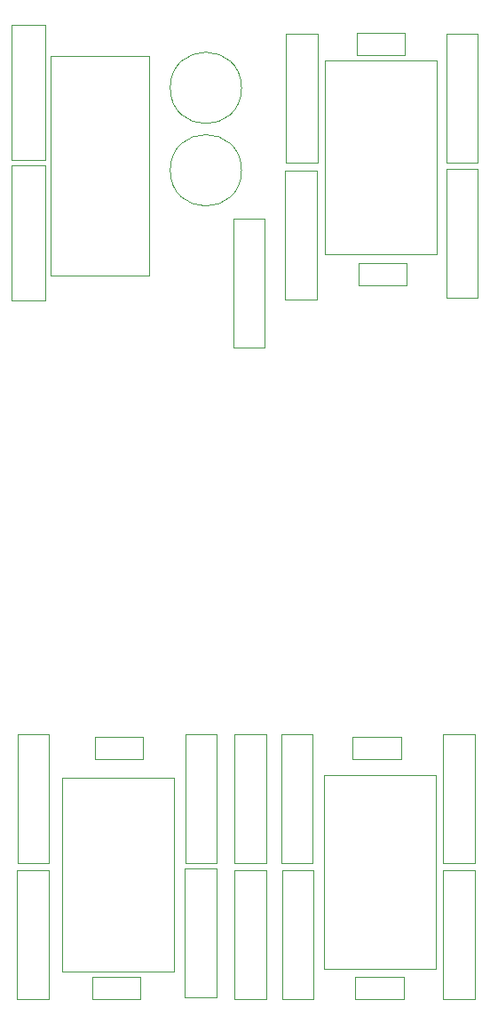
<source format=gbr>
%TF.GenerationSoftware,KiCad,Pcbnew,(5.1.9)-1*%
%TF.CreationDate,2021-09-13T19:49:27+01:00*%
%TF.ProjectId,KOSMO Mult,4b4f534d-4f20-44d7-956c-742e6b696361,rev?*%
%TF.SameCoordinates,Original*%
%TF.FileFunction,Other,User*%
%FSLAX46Y46*%
G04 Gerber Fmt 4.6, Leading zero omitted, Abs format (unit mm)*
G04 Created by KiCad (PCBNEW (5.1.9)-1) date 2021-09-13 19:49:27*
%MOMM*%
%LPD*%
G01*
G04 APERTURE LIST*
%ADD10C,0.050000*%
G04 APERTURE END LIST*
D10*
%TO.C,C1*%
X55493000Y-59787500D02*
X50893000Y-59787500D01*
X55493000Y-57687500D02*
X55493000Y-59787500D01*
X50893000Y-57687500D02*
X55493000Y-57687500D01*
X50893000Y-59787500D02*
X50893000Y-57687500D01*
%TO.C,C2*%
X55683500Y-81758500D02*
X51083500Y-81758500D01*
X55683500Y-79658500D02*
X55683500Y-81758500D01*
X51083500Y-79658500D02*
X55683500Y-79658500D01*
X51083500Y-81758500D02*
X51083500Y-79658500D01*
%TO.C,C3*%
X55112000Y-126907000D02*
X50512000Y-126907000D01*
X55112000Y-124807000D02*
X55112000Y-126907000D01*
X50512000Y-124807000D02*
X55112000Y-124807000D01*
X50512000Y-126907000D02*
X50512000Y-124807000D01*
%TO.C,C4*%
X50766000Y-149703500D02*
X50766000Y-147603500D01*
X50766000Y-147603500D02*
X55366000Y-147603500D01*
X55366000Y-147603500D02*
X55366000Y-149703500D01*
X55366000Y-149703500D02*
X50766000Y-149703500D01*
%TO.C,C5*%
X25937500Y-126907000D02*
X25937500Y-124807000D01*
X25937500Y-124807000D02*
X30537500Y-124807000D01*
X30537500Y-124807000D02*
X30537500Y-126907000D01*
X30537500Y-126907000D02*
X25937500Y-126907000D01*
%TO.C,C6*%
X25683500Y-149767000D02*
X25683500Y-147667000D01*
X25683500Y-147667000D02*
X30283500Y-147667000D01*
X30283500Y-147667000D02*
X30283500Y-149767000D01*
X30283500Y-149767000D02*
X25683500Y-149767000D01*
%TO.C,C7*%
X39920242Y-62949999D02*
G75*
G03*
X39920242Y-62949999I-3400000J0D01*
G01*
%TO.C,C8*%
X39920242Y-70799999D02*
G75*
G03*
X39920242Y-70799999I-3400000J0D01*
G01*
%TO.C,D1*%
X18021500Y-56943000D02*
X21221500Y-56943000D01*
X21221500Y-56943000D02*
X21221500Y-69803000D01*
X21221500Y-69803000D02*
X18021500Y-69803000D01*
X18021500Y-69803000D02*
X18021500Y-56943000D01*
%TO.C,D2*%
X18021500Y-83201500D02*
X18021500Y-70341500D01*
X21221500Y-83201500D02*
X18021500Y-83201500D01*
X21221500Y-70341500D02*
X21221500Y-83201500D01*
X18021500Y-70341500D02*
X21221500Y-70341500D01*
%TO.C,J4*%
X21736000Y-80788000D02*
X31096000Y-80788000D01*
X21736000Y-59928000D02*
X21736000Y-80788000D01*
X31096000Y-59928000D02*
X21736000Y-59928000D01*
X31096000Y-80788000D02*
X31096000Y-59928000D01*
%TO.C,R1*%
X42140000Y-75404000D02*
X42140000Y-87664000D01*
X39140000Y-75404000D02*
X42140000Y-75404000D01*
X39140000Y-87664000D02*
X39140000Y-75404000D01*
X42140000Y-87664000D02*
X39140000Y-87664000D01*
%TO.C,R2*%
X59460000Y-57814500D02*
X62460000Y-57814500D01*
X62460000Y-57814500D02*
X62460000Y-70074500D01*
X62460000Y-70074500D02*
X59460000Y-70074500D01*
X59460000Y-70074500D02*
X59460000Y-57814500D01*
%TO.C,R3*%
X62460000Y-70641500D02*
X62460000Y-82901500D01*
X59460000Y-70641500D02*
X62460000Y-70641500D01*
X59460000Y-82901500D02*
X59460000Y-70641500D01*
X62460000Y-82901500D02*
X59460000Y-82901500D01*
%TO.C,R4*%
X44093000Y-70832000D02*
X47093000Y-70832000D01*
X47093000Y-70832000D02*
X47093000Y-83092000D01*
X47093000Y-83092000D02*
X44093000Y-83092000D01*
X44093000Y-83092000D02*
X44093000Y-70832000D01*
%TO.C,R5*%
X44156500Y-70074500D02*
X44156500Y-57814500D01*
X47156500Y-70074500D02*
X44156500Y-70074500D01*
X47156500Y-57814500D02*
X47156500Y-70074500D01*
X44156500Y-57814500D02*
X47156500Y-57814500D01*
%TO.C,R6*%
X42267000Y-136813000D02*
X39267000Y-136813000D01*
X39267000Y-136813000D02*
X39267000Y-124553000D01*
X39267000Y-124553000D02*
X42267000Y-124553000D01*
X42267000Y-124553000D02*
X42267000Y-136813000D01*
%TO.C,R7*%
X59142500Y-136749500D02*
X59142500Y-124489500D01*
X62142500Y-136749500D02*
X59142500Y-136749500D01*
X62142500Y-124489500D02*
X62142500Y-136749500D01*
X59142500Y-124489500D02*
X62142500Y-124489500D01*
%TO.C,R8*%
X59142500Y-149703500D02*
X59142500Y-137443500D01*
X62142500Y-149703500D02*
X59142500Y-149703500D01*
X62142500Y-137443500D02*
X62142500Y-149703500D01*
X59142500Y-137443500D02*
X62142500Y-137443500D01*
%TO.C,R9*%
X43775500Y-137443500D02*
X46775500Y-137443500D01*
X46775500Y-137443500D02*
X46775500Y-149703500D01*
X46775500Y-149703500D02*
X43775500Y-149703500D01*
X43775500Y-149703500D02*
X43775500Y-137443500D01*
%TO.C,R10*%
X46712000Y-124553000D02*
X46712000Y-136813000D01*
X43712000Y-124553000D02*
X46712000Y-124553000D01*
X43712000Y-136813000D02*
X43712000Y-124553000D01*
X46712000Y-136813000D02*
X43712000Y-136813000D01*
%TO.C,R11*%
X39267000Y-137443500D02*
X42267000Y-137443500D01*
X42267000Y-137443500D02*
X42267000Y-149703500D01*
X42267000Y-149703500D02*
X39267000Y-149703500D01*
X39267000Y-149703500D02*
X39267000Y-137443500D01*
%TO.C,R12*%
X34568000Y-136749500D02*
X34568000Y-124489500D01*
X37568000Y-136749500D02*
X34568000Y-136749500D01*
X37568000Y-124489500D02*
X37568000Y-136749500D01*
X34568000Y-124489500D02*
X37568000Y-124489500D01*
%TO.C,R13*%
X37504500Y-149576500D02*
X34504500Y-149576500D01*
X34504500Y-149576500D02*
X34504500Y-137316500D01*
X34504500Y-137316500D02*
X37504500Y-137316500D01*
X37504500Y-137316500D02*
X37504500Y-149576500D01*
%TO.C,R14*%
X21502500Y-137507000D02*
X21502500Y-149767000D01*
X18502500Y-137507000D02*
X21502500Y-137507000D01*
X18502500Y-149767000D02*
X18502500Y-137507000D01*
X21502500Y-149767000D02*
X18502500Y-149767000D01*
%TO.C,R15*%
X21566000Y-136813000D02*
X18566000Y-136813000D01*
X18566000Y-136813000D02*
X18566000Y-124553000D01*
X18566000Y-124553000D02*
X21566000Y-124553000D01*
X21566000Y-124553000D02*
X21566000Y-136813000D01*
%TO.C,U1*%
X58573000Y-60376000D02*
X58573000Y-78826000D01*
X58573000Y-78826000D02*
X47873000Y-78826000D01*
X47873000Y-78826000D02*
X47873000Y-60376000D01*
X47873000Y-60376000D02*
X58573000Y-60376000D01*
%TO.C,U2*%
X47746000Y-128448000D02*
X58446000Y-128448000D01*
X47746000Y-146898000D02*
X47746000Y-128448000D01*
X58446000Y-146898000D02*
X47746000Y-146898000D01*
X58446000Y-128448000D02*
X58446000Y-146898000D01*
%TO.C,U3*%
X33490500Y-128638500D02*
X33490500Y-147088500D01*
X33490500Y-147088500D02*
X22790500Y-147088500D01*
X22790500Y-147088500D02*
X22790500Y-128638500D01*
X22790500Y-128638500D02*
X33490500Y-128638500D01*
%TD*%
M02*

</source>
